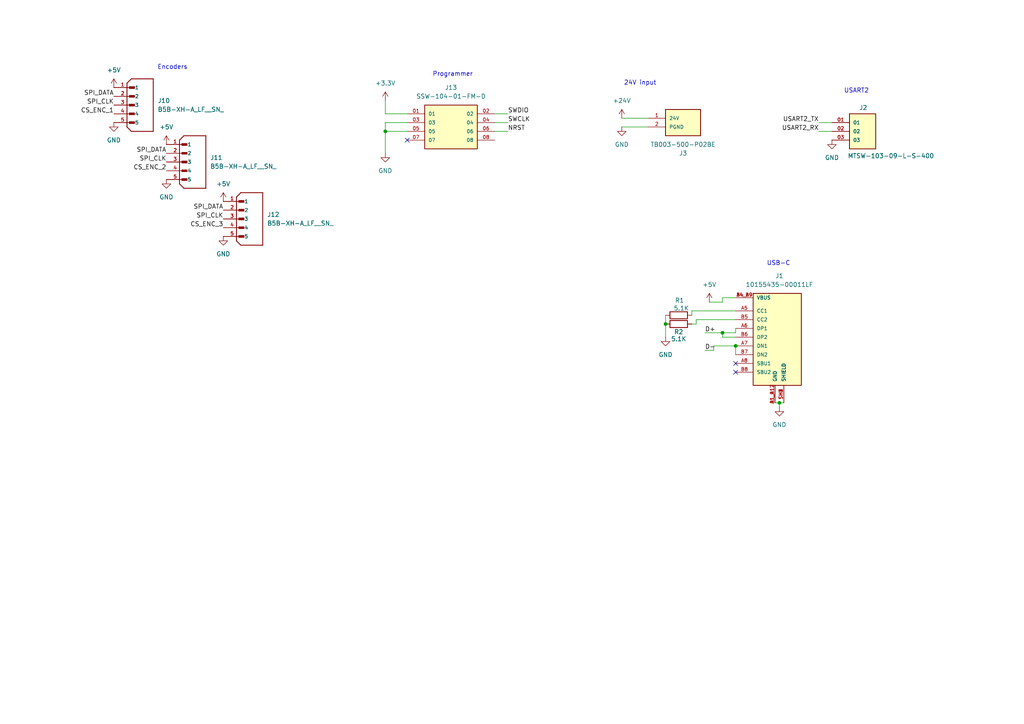
<source format=kicad_sch>
(kicad_sch (version 20250114) (generator "eeschema") (generator_version "9.0")
  (paper "A4")
  (lib_symbols
    (symbol "10155435-00011LF:10155435-00011LF" (pin_names (offset 1.016))
      (property "Reference" "J1" (at 0 17.78 0))
      (property "Value" "10155435-00011LF" (at 0 15.24 0))
      (symbol "10155435-00011LF_0_0"
        (rectangle (start -7.62 12.7) (end 6.35 -13.97) (stroke (width 0.254)) (fill (type background)))
        (pin power_in line (at -12.7 11.43 0) (length 5.08) (name "VBUS") (number "A4_B9"))
        (pin power_in line (at -12.7 11.43 0) (length 5.08) (name "VBUS") (number "B4_A9"))
        (pin bidirectional line (at -12.7 7.62 0) (length 5.08) (name "CC1") (number "A5"))
        (pin bidirectional line (at -12.7 5.08 0) (length 5.08) (name "CC2") (number "B5"))
        (pin bidirectional line (at -12.7 2.54 0) (length 5.08) (name "DP1") (number "A6"))
        (pin bidirectional line (at -12.7 0 0) (length 5.08) (name "DP2") (number "B6"))
        (pin bidirectional line (at -12.7 -2.54 0) (length 5.08) (name "DN1") (number "A7"))
        (pin bidirectional line (at -12.7 -5.08 0) (length 5.08) (name "DN2") (number "B7"))
        (pin bidirectional line (at -12.7 -7.62 0) (length 5.08) (name "SBU1") (number "A8"))
        (pin bidirectional line (at -12.7 -10.16 0) (length 5.08) (name "SBU2") (number "B8"))
        (pin power_in line (at -1.27 -19.05 90) (length 5.08) (name "GND") (number "A1_B12"))
        (pin power_in line (at -1.27 -19.05 90) (length 5.08) (name "GND") (number "B1_A12"))
        (pin passive line (at 1.27 -19.05 90) (length 5.08) (name "SHIELD") (number "SH1"))
        (pin passive line (at 1.27 -19.05 90) (length 5.08) (name "SHIELD") (number "SH2"))
        (pin passive line (at 1.27 -19.05 90) (length 5.08) (name "SHIELD") (number "SH3"))
        (pin passive line (at 1.27 -19.05 90) (length 5.08) (name "SHIELD") (number "SH4"))
      )
    )
    (symbol "B5B-XH-A_LF__SN_:B5B-XH-A_LF__SN_" (pin_names (offset 1.016))
      (property "Reference" "J" (at -2.54 8.89 0))
      (property "Value" "B5B-XH-A_LF__SN_" (at -2.54 -10.16 0))
      (symbol "B5B-XH-A_LF__SN__0_0"
        (polyline (pts (xy -3.81 6.35) (xy -3.81 -6.35)) (stroke (width 0.254)))
        (polyline (pts (xy -3.81 6.35) (xy -2.54 7.62)) (stroke (width 0.254)))
        (polyline (pts (xy -3.81 -6.35) (xy -2.54 -7.62)) (stroke (width 0.254)))
        (rectangle (start -3.175 4.7625) (end -1.5875 5.3975) (stroke (width 0.1)) (fill (type outline)))
        (rectangle (start -3.175 2.2225) (end -1.5875 2.8575) (stroke (width 0.1)) (fill (type outline)))
        (rectangle (start -3.175 -0.3175) (end -1.5875 0.3175) (stroke (width 0.1)) (fill (type outline)))
        (rectangle (start -3.175 -2.8575) (end -1.5875 -2.2225) (stroke (width 0.1)) (fill (type outline)))
        (rectangle (start -3.175 -5.3975) (end -1.5875 -4.7625) (stroke (width 0.1)) (fill (type outline)))
        (polyline (pts (xy -2.54 -7.62) (xy 3.81 -7.62)) (stroke (width 0.254)))
        (polyline (pts (xy 3.81 7.62) (xy -2.54 7.62)) (stroke (width 0.254)))
        (polyline (pts (xy 3.81 -7.62) (xy 3.81 7.62)) (stroke (width 0.254)))
        (pin passive line (at -7.62 5.08 0) (length 5.08) (name "1") (number "1"))
        (pin passive line (at -7.62 2.54 0) (length 5.08) (name "2") (number "2"))
        (pin passive line (at -7.62 0 0) (length 5.08) (name "3") (number "3"))
        (pin passive line (at -7.62 -2.54 0) (length 5.08) (name "4") (number "4"))
        (pin passive line (at -7.62 -5.08 0) (length 5.08) (name "5") (number "5"))
      )
    )
    (symbol "Device:R" (pin_numbers (hide yes)) (pin_names (offset 0))
      (property "Reference" "R" (at 2.032 0 90))
      (property "Value" "R" (at 0 0 90))
      (symbol "R_0_1"
        (rectangle (start -1.016 -2.54) (end 1.016 2.54) (stroke (width 0.254)))
      )
      (symbol "R_1_1"
        (pin passive line (at 0 3.81 270) (length 1.27) (name "~") (number "1"))
        (pin passive line (at 0 -3.81 90) (length 1.27) (name "~") (number "2"))
      )
    )
    (symbol "MTSW-103-09-L-S-400:MTSW-103-09-L-S-400" (pin_names (offset 1.016))
      (property "Reference" "J2" (at -1.016 6.858 0))
      (property "Value" "MTSW-103-09-L-S-400" (at -6.858 -7.874 0))
      (symbol "MTSW-103-09-L-S-400_0_0"
        (rectangle (start -3.81 5.08) (end 3.81 -5.08) (stroke (width 0.254)) (fill (type background)))
        (pin passive line (at -8.89 2.54 0) (length 5.08) (name "01") (number "01"))
        (pin passive line (at -8.89 0 0) (length 5.08) (name "02") (number "02"))
        (pin passive line (at -8.89 -2.54 0) (length 5.08) (name "03") (number "03"))
      )
    )
    (symbol "SSW-104-01-FM-D:SSW-104-01-FM-D" (pin_names (offset 1.016))
      (property "Reference" "J" (at -8.12 7.62 0))
      (property "Value" "SSW-104-01-FM-D" (at -7.62 -7.62 0))
      (symbol "SSW-104-01-FM-D_0_0"
        (rectangle (start -7.62 -5.08) (end 7.62 7.62) (stroke (width 0.254)) (fill (type background)))
        (pin passive line (at -12.7 5.08 0) (length 5.08) (name "01") (number "01"))
        (pin passive line (at -12.7 2.54 0) (length 5.08) (name "03") (number "03"))
        (pin passive line (at -12.7 0 0) (length 5.08) (name "05") (number "05"))
        (pin passive line (at -12.7 -2.54 0) (length 5.08) (name "07") (number "07"))
        (pin passive line (at 12.7 5.08 180) (length 5.08) (name "02") (number "02"))
        (pin passive line (at 12.7 2.54 180) (length 5.08) (name "04") (number "04"))
        (pin passive line (at 12.7 0 180) (length 5.08) (name "06") (number "06"))
        (pin passive line (at 12.7 -2.54 180) (length 5.08) (name "08") (number "08"))
      )
    )
    (symbol "TB003-500-P02BE:TB003-500-P02BE" (pin_names (offset 1.016))
      (property "Reference" "J3" (at 0 -7.62 0))
      (property "Value" "TB003-500-P02BE" (at 0 -5.08 0))
      (symbol "TB003-500-P02BE_0_0"
        (rectangle (start -5.08 -2.54) (end 5.08 5.08) (stroke (width 0.254)) (fill (type background)))
      )
      (symbol "TB003-500-P02BE_1_0"
        (pin passive line (at -10.16 2.54 0) (length 5.08) (name "24V") (number "1"))
        (pin passive line (at -10.16 0 0) (length 5.08) (name "PGND") (number "2"))
      )
    )
    (symbol "power:+3.3V" (power) (pin_numbers (hide yes)) (pin_names (offset 0) (hide yes))
      (property "Value" "+3.3V" (at 0 3.556 0))
      (symbol "+3.3V_0_1"
        (polyline (pts (xy -0.762 1.27) (xy 0 2.54)))
        (polyline (pts (xy 0 2.54) (xy 0.762 1.27)))
        (polyline (pts (xy 0 0) (xy 0 2.54)))
      )
      (symbol "+3.3V_1_1"
        (pin power_in line (at 0 0 90) (length 0) (name "~") (number "1"))
      )
    )
    (symbol "power:+5V" (power) (pin_numbers (hide yes)) (pin_names (offset 0) (hide yes))
      (property "Value" "+5V" (at 0 3.556 0))
      (symbol "+5V_0_1"
        (polyline (pts (xy -0.762 1.27) (xy 0 2.54)))
        (polyline (pts (xy 0 2.54) (xy 0.762 1.27)))
        (polyline (pts (xy 0 0) (xy 0 2.54)))
      )
      (symbol "+5V_1_1"
        (pin power_in line (at 0 0 90) (length 0) (name "~") (number "1"))
      )
    )
    (symbol "power:GND" (power) (pin_numbers (hide yes)) (pin_names (offset 0) (hide yes))
      (property "Value" "GND" (at 0 -3.81 0))
      (symbol "GND_0_1"
        (polyline (pts (xy 0 0) (xy 0 -1.27) (xy 1.27 -1.27) (xy 0 -2.54) (xy -1.27 -1.27) (xy 0 -1.27)))
      )
      (symbol "GND_1_1"
        (pin power_in line (at 0 0 270) (length 0) (name "~") (number "1"))
      )
    )
    (symbol "power:VDD" (power) (pin_numbers (hide yes)) (pin_names (offset 0) (hide yes))
      (property "Value" "VDD" (at 0 3.556 0))
      (symbol "VDD_0_1"
        (polyline (pts (xy -0.762 1.27) (xy 0 2.54)))
        (polyline (pts (xy 0 2.54) (xy 0.762 1.27)))
        (polyline (pts (xy 0 0) (xy 0 2.54)))
      )
      (symbol "VDD_1_1"
        (pin power_in line (at 0 0 90) (length 0) (name "~") (number "1"))
      )
    )
  )
  (text "USB-C\n" (at 225.806 76.454 0) (effects (font (size 1.27 1.27))))
  (text "Encoders\n" (at 50.038 19.558 0) (effects (font (size 1.27 1.27))))
  (text "USART2\n" (at 248.412 26.416 0) (effects (font (size 1.27 1.27))))
  (text "Programmer\n" (at 131.318 21.59 0) (effects (font (size 1.27 1.27))))
  (text "24V input\n" (at 185.674 24.13 0) (effects (font (size 1.27 1.27))))
  (junction (at 111.76 38.1))
  (junction (at 226.06 116.84))
  (junction (at 209.55 96.52))
  (junction (at 213.36 100.33))
  (junction (at 193.04 93.98))
  (no_connect (at 118.11 40.64))
  (no_connect (at 213.36 105.41))
  (no_connect (at 213.36 107.95))
  (wire (pts (xy 201.93 93.98) (xy 201.93 92.71)))
  (wire (pts (xy 180.34 36.83) (xy 187.96 36.83)))
  (wire (pts (xy 209.55 86.36) (xy 213.36 86.36)))
  (wire (pts (xy 200.66 91.44) (xy 200.66 90.17)))
  (wire (pts (xy 226.06 118.11) (xy 226.06 116.84)))
  (wire (pts (xy 213.36 100.33) (xy 213.36 102.87)))
  (wire (pts (xy 213.36 96.52) (xy 209.55 96.52)))
  (wire (pts (xy 205.74 87.63) (xy 209.55 87.63)))
  (wire (pts (xy 224.79 116.84) (xy 226.06 116.84)))
  (wire (pts (xy 213.36 97.79) (xy 209.55 97.79)))
  (wire (pts (xy 111.76 38.1) (xy 118.11 38.1)))
  (wire (pts (xy 118.11 35.56) (xy 111.76 35.56)))
  (wire (pts (xy 204.47 101.6) (xy 207.01 101.6)))
  (wire (pts (xy 209.55 87.63) (xy 209.55 86.36)))
  (wire (pts (xy 226.06 116.84) (xy 227.33 116.84)))
  (wire (pts (xy 111.76 38.1) (xy 111.76 44.45)))
  (wire (pts (xy 180.34 34.29) (xy 187.96 34.29)))
  (wire (pts (xy 213.36 96.52) (xy 213.36 95.25)))
  (wire (pts (xy 207.01 100.33) (xy 213.36 100.33)))
  (wire (pts (xy 237.49 38.1) (xy 241.3 38.1)))
  (wire (pts (xy 204.47 96.52) (xy 209.55 96.52)))
  (wire (pts (xy 193.04 93.98) (xy 193.04 97.79)))
  (wire (pts (xy 111.76 35.56) (xy 111.76 38.1)))
  (wire (pts (xy 143.51 38.1) (xy 147.32 38.1)))
  (wire (pts (xy 237.49 35.56) (xy 241.3 35.56)))
  (wire (pts (xy 209.55 97.79) (xy 209.55 96.52)))
  (wire (pts (xy 118.11 33.02) (xy 111.76 33.02)))
  (wire (pts (xy 193.04 91.44) (xy 193.04 93.98)))
  (wire (pts (xy 143.51 35.56) (xy 147.32 35.56)))
  (wire (pts (xy 201.93 92.71) (xy 213.36 92.71)))
  (wire (pts (xy 200.66 90.17) (xy 213.36 90.17)))
  (wire (pts (xy 207.01 101.6) (xy 207.01 100.33)))
  (wire (pts (xy 143.51 33.02) (xy 147.32 33.02)))
  (wire (pts (xy 200.66 93.98) (xy 201.93 93.98)))
  (wire (pts (xy 111.76 33.02) (xy 111.76 29.21)))
  (label "CS_ENC_3" (at 64.77 66.04 180))
  (label "SPI_CLK" (at 33.02 30.48 180))
  (label "SPI_CLK" (at 64.77 63.5 180))
  (label "D-" (at 204.47 101.6 0))
  (label "CS_ENC_1" (at 33.02 33.02 180))
  (label "NRST" (at 147.32 38.1 0))
  (label "USART2_TX" (at 237.49 35.56 180))
  (label "SPI_DATA" (at 33.02 27.94 180))
  (label "D+" (at 204.47 96.52 0))
  (label "SWCLK" (at 147.32 35.56 0))
  (label "CS_ENC_2" (at 48.26 49.53 180))
  (label "SPI_DATA" (at 64.77 60.96 180))
  (label "SPI_CLK" (at 48.26 46.99 180))
  (label "SPI_DATA" (at 48.26 44.45 180))
  (label "SWDIO" (at 147.32 33.02 0))
  (label "USART2_RX" (at 237.49 38.1 180))
  (symbol (lib_id "TB003-500-P02BE:TB003-500-P02BE") (at 198.12 36.83 0) (unit 1)
    (property "Reference" "J3" (at 198.12 44.45 0))
    (property "Value" "TB003-500-P02BE" (at 198.12 41.91 0))
    (property "Footprint" "TB003-500-P02BE:CUI_TB003-500-P02BE" (effects (hide yes)))
    (property "MF" "Same Sky" (effects (hide yes)))
    (property "Description_1" "\n                        \n                            2~24 Poles, Screw Type, Horizontal, 5.0 Pitch, 26~14 (AWG), Terminal Block Connector\n                        \n" (effects (hide yes)))
    (property "Package" "None" (effects (hide yes)))
    (property "Price" "None" (effects (hide yes)))
    (property "Check_prices" "https://www.snapeda.com/parts/TB003-500-P02BE/Same+Sky/view-part/?ref=eda" (effects (hide yes)))
    (property "STANDARD" "Manufacturer Recommendations" (effects (hide yes)))
    (property "SnapEDA_Link" "https://www.snapeda.com/parts/TB003-500-P02BE/Same+Sky/view-part/?ref=snap" (effects (hide yes)))
    (property "MP" "TB003-500-P02BE" (effects (hide yes)))
    (property "Availability" "In Stock" (effects (hide yes)))
    (property "MANUFACTURER" "CUI" (effects (hide yes)))
  )
  (symbol (lib_id "Device:R") (at 196.85 91.44 90) (unit 1)
    (property "Reference" "R1" (at 197.104 87.122 90))
    (property "Value" "5.1K" (at 197.612 89.408 90))
    (property "Footprint" "Resistor_SMD:R_0603_1608Metric_Pad0.98x0.95mm_HandSolder" (effects (hide yes)))
    (property "Description" "Resistor" (effects (hide yes)))
  )
  (symbol (lib_id "power:GND") (at 241.3 40.64 0) (unit 1)
    (property "Reference" "#PWR084" (effects (hide yes)))
    (property "Value" "GND" (at 241.3 45.72 0))
    (property "Description" "Power symbol creates a global label with name \"GND\" , ground" (effects (hide yes)))
  )
  (symbol (lib_id "power:GND") (at 48.26 52.07 0) (unit 1)
    (property "Reference" "#PWR076" (effects (hide yes)))
    (property "Value" "GND" (at 48.26 57.15 0))
    (property "Description" "Power symbol creates a global label with name \"GND\" , ground" (effects (hide yes)))
  )
  (symbol (lib_id "power:VDD") (at 180.34 34.29 0) (unit 1)
    (property "Reference" "#PWR030" (effects (hide yes)))
    (property "Value" "+24V" (at 180.34 29.21 0))
    (property "Description" "Power symbol creates a global label with name \"VDD\"" (effects (hide yes)))
  )
  (symbol (lib_id "power:+5V") (at 48.26 41.91 0) (unit 1)
    (property "Reference" "#PWR073" (effects (hide yes)))
    (property "Value" "+5V" (at 48.26 36.83 0))
    (property "Description" "Power symbol creates a global label with name \"+5V\"" (effects (hide yes)))
  )
  (symbol (lib_id "B5B-XH-A_LF__SN_:B5B-XH-A_LF__SN_") (at 40.64 30.48 0) (unit 1)
    (property "Reference" "J10" (at 45.72 29.2099 0) (effects (justify left)))
    (property "Value" "B5B-XH-A_LF__SN_" (at 45.72 31.7499 0) (effects (justify left)))
    (property "Footprint" "B5B-XH-A_LF__SN_:JST_B5B-XH-A_LF__SN_" (effects (hide yes)))
    (property "MF" "JST Sales" (effects (hide yes)))
    (property "MAXIMUM_PACKAGE_HEIGHT" "7.00 mm" (effects (hide yes)))
    (property "Package" "None" (effects (hide yes)))
    (property "Price" "None" (effects (hide yes)))
    (property "Check_prices" "https://www.snapeda.com/parts/B5B-XH-A(LF)(SN)/JST/view-part/?ref=eda" (effects (hide yes)))
    (property "STANDARD" "Manufacturer Recommendations" (effects (hide yes)))
    (property "PARTREV" "7/4/21" (effects (hide yes)))
    (property "SnapEDA_Link" "https://www.snapeda.com/parts/B5B-XH-A(LF)(SN)/JST/view-part/?ref=snap" (effects (hide yes)))
    (property "MP" "B5B-XH-A(LF)(SN)" (effects (hide yes)))
    (property "Description_1" "\n                        \n                            Connector Header Through Hole 5 position 0.098 (2.50mm)\n                        \n" (effects (hide yes)))
    (property "Availability" "In Stock" (effects (hide yes)))
    (property "MANUFACTURER" "JST" (effects (hide yes)))
  )
  (symbol (lib_id "power:GND") (at 226.06 118.11 0) (unit 1)
    (property "Reference" "#PWR01" (effects (hide yes)))
    (property "Value" "GND" (at 226.06 123.19 0))
    (property "Description" "Power symbol creates a global label with name \"GND\" , ground" (effects (hide yes)))
  )
  (symbol (lib_id "MTSW-103-09-L-S-400:MTSW-103-09-L-S-400") (at 250.19 38.1 0) (unit 1)
    (property "Reference" "J2" (at 249.174 31.242 0) (effects (justify left)))
    (property "Value" "MTSW-103-09-L-S-400" (at 245.872 45.212 0) (effects (justify left)))
    (property "Footprint" "MTSW-103-09-L-S-400:SAMTEC_MTSW-103-09-L-S-400" (effects (hide yes)))
    (property "MF" "Samtec" (effects (hide yes)))
    (property "Description_1" "CONN HEADER VERT 3POS 2.54MM" (effects (hide yes)))
    (property "Package" "None" (effects (hide yes)))
    (property "Price" "None" (effects (hide yes)))
    (property "Check_prices" "https://www.snapeda.com/parts/MTSW-103-09-L-S-400/Samtec/view-part/?ref=eda" (effects (hide yes)))
    (property "STANDARD" "Manufacturer Recommendations" (effects (hide yes)))
    (property "PARTREV" "R" (effects (hide yes)))
    (property "SnapEDA_Link" "https://www.snapeda.com/parts/MTSW-103-09-L-S-400/Samtec/view-part/?ref=snap" (effects (hide yes)))
    (property "MP" "MTSW-103-09-L-S-400" (effects (hide yes)))
    (property "Availability" "In Stock" (effects (hide yes)))
    (property "MANUFACTURER" "Samtec" (effects (hide yes)))
  )
  (symbol (lib_id "power:GND") (at 33.02 35.56 0) (unit 1)
    (property "Reference" "#PWR075" (effects (hide yes)))
    (property "Value" "GND" (at 33.02 40.64 0))
    (property "Description" "Power symbol creates a global label with name \"GND\" , ground" (effects (hide yes)))
  )
  (symbol (lib_id "power:+5V") (at 33.02 25.4 0) (unit 1)
    (property "Reference" "#PWR072" (effects (hide yes)))
    (property "Value" "+5V" (at 33.02 20.32 0))
    (property "Description" "Power symbol creates a global label with name \"+5V\"" (effects (hide yes)))
  )
  (symbol (lib_id "power:+3.3V") (at 111.76 29.21 0) (unit 1)
    (property "Reference" "#PWR05" (effects (hide yes)))
    (property "Value" "+3.3V" (at 111.76 24.13 0))
    (property "Description" "Power symbol creates a global label with name \"+3.3V\"" (effects (hide yes)))
  )
  (symbol (lib_id "B5B-XH-A_LF__SN_:B5B-XH-A_LF__SN_") (at 72.39 63.5 0) (unit 1)
    (property "Reference" "J12" (at 77.47 62.2299 0) (effects (justify left)))
    (property "Value" "B5B-XH-A_LF__SN_" (at 77.47 64.7699 0) (effects (justify left)))
    (property "Footprint" "B5B-XH-A_LF__SN_:JST_B5B-XH-A_LF__SN_" (effects (hide yes)))
    (property "MF" "JST Sales" (effects (hide yes)))
    (property "MAXIMUM_PACKAGE_HEIGHT" "7.00 mm" (effects (hide yes)))
    (property "Package" "None" (effects (hide yes)))
    (property "Price" "None" (effects (hide yes)))
    (property "Check_prices" "https://www.snapeda.com/parts/B5B-XH-A(LF)(SN)/JST/view-part/?ref=eda" (effects (hide yes)))
    (property "STANDARD" "Manufacturer Recommendations" (effects (hide yes)))
    (property "PARTREV" "7/4/21" (effects (hide yes)))
    (property "SnapEDA_Link" "https://www.snapeda.com/parts/B5B-XH-A(LF)(SN)/JST/view-part/?ref=snap" (effects (hide yes)))
    (property "MP" "B5B-XH-A(LF)(SN)" (effects (hide yes)))
    (property "Description_1" "\n                        \n                            Connector Header Through Hole 5 position 0.098 (2.50mm)\n                        \n" (effects (hide yes)))
    (property "Availability" "In Stock" (effects (hide yes)))
    (property "MANUFACTURER" "JST" (effects (hide yes)))
  )
  (symbol (lib_id "power:GND") (at 111.76 44.45 0) (unit 1)
    (property "Reference" "#PWR09" (effects (hide yes)))
    (property "Value" "GND" (at 111.76 49.53 0))
    (property "Description" "Power symbol creates a global label with name \"GND\" , ground" (effects (hide yes)))
  )
  (symbol (lib_id "power:GND") (at 64.77 68.58 0) (unit 1)
    (property "Reference" "#PWR077" (effects (hide yes)))
    (property "Value" "GND" (at 64.77 73.66 0))
    (property "Description" "Power symbol creates a global label with name \"GND\" , ground" (effects (hide yes)))
  )
  (symbol (lib_id "power:GND") (at 180.34 36.83 0) (unit 1)
    (property "Reference" "#PWR031" (effects (hide yes)))
    (property "Value" "GND" (at 180.34 41.91 0))
    (property "Description" "Power symbol creates a global label with name \"GND\" , ground" (effects (hide yes)))
  )
  (symbol (lib_id "SSW-104-01-FM-D:SSW-104-01-FM-D") (at 130.81 38.1 0) (unit 1)
    (property "Reference" "J13" (at 130.81 25.4 0))
    (property "Value" "SSW-104-01-FM-D" (at 130.81 27.94 0))
    (property "Footprint" "SSW-104-01-FM-D:SAMTEC_SSW-104-01-FM-D" (effects (hide yes)))
    (property "MF" "Samtec" (effects (hide yes)))
    (property "Description_1" "8 Position Receptacle Connector 0.100 (2.54mm) Through Hole Gold" (effects (hide yes)))
    (property "Package" "None" (effects (hide yes)))
    (property "Price" "None" (effects (hide yes)))
    (property "Check_prices" "https://www.snapeda.com/parts/SSW-104-01-FM-D/Samtec/view-part/?ref=eda" (effects (hide yes)))
    (property "STANDARD" "Manufacturer Recommendations" (effects (hide yes)))
    (property "PARTREV" "R" (effects (hide yes)))
    (property "SnapEDA_Link" "https://www.snapeda.com/parts/SSW-104-01-FM-D/Samtec/view-part/?ref=snap" (effects (hide yes)))
    (property "MP" "SSW-104-01-FM-D" (effects (hide yes)))
    (property "Availability" "In Stock" (effects (hide yes)))
    (property "MANUFACTURER" "Samtec" (effects (hide yes)))
  )
  (symbol (lib_id "10155435-00011LF:10155435-00011LF") (at 226.06 97.79 0) (unit 1)
    (property "Reference" "J1" (at 226.06 80.01 0))
    (property "Value" "10155435-00011LF" (at 226.06 82.55 0))
    (property "Footprint" "library:AMPHENOL_10155435-00011LF" (effects (hide yes)))
    (property "MF" "Amphenol ICC (FCI)" (effects (hide yes)))
    (property "MAXIMUM_PACKAGE_HEIGHT" "3.37 mm" (effects (hide yes)))
    (property "Package" "None" (effects (hide yes)))
    (property "Price" "None" (effects (hide yes)))
    (property "Check_prices" "https://www.snapeda.com/parts/10155435-00011LF/Amphenol+FCI/view-part/?ref=eda" (effects (hide yes)))
    (property "STANDARD" "Manufacturer Recommendations" (effects (hide yes)))
    (property "PARTREV" "C" (effects (hide yes)))
    (property "SnapEDA_Link" "https://www.snapeda.com/parts/10155435-00011LF/Amphenol+FCI/view-part/?ref=snap" (effects (hide yes)))
    (property "MP" "10155435-00011LF" (effects (hide yes)))
    (property "Description_1" "\n                        \n                            USB Type C Receptacle SMT Single Row 16Pin\n                        \n" (effects (hide yes)))
    (property "Availability" "In Stock" (effects (hide yes)))
    (property "MANUFACTURER" "Amphenol" (effects (hide yes)))
  )
  (symbol (lib_id "power:GND") (at 193.04 97.79 0) (unit 1)
    (property "Reference" "#PWR02" (effects (hide yes)))
    (property "Value" "GND" (at 193.04 102.87 0))
    (property "Description" "Power symbol creates a global label with name \"GND\" , ground" (effects (hide yes)))
  )
  (symbol (lib_id "B5B-XH-A_LF__SN_:B5B-XH-A_LF__SN_") (at 55.88 46.99 0) (unit 1)
    (property "Reference" "J11" (at 60.96 45.7199 0) (effects (justify left)))
    (property "Value" "B5B-XH-A_LF__SN_" (at 60.96 48.2599 0) (effects (justify left)))
    (property "Footprint" "B5B-XH-A_LF__SN_:JST_B5B-XH-A_LF__SN_" (effects (hide yes)))
    (property "MF" "JST Sales" (effects (hide yes)))
    (property "MAXIMUM_PACKAGE_HEIGHT" "7.00 mm" (effects (hide yes)))
    (property "Package" "None" (effects (hide yes)))
    (property "Price" "None" (effects (hide yes)))
    (property "Check_prices" "https://www.snapeda.com/parts/B5B-XH-A(LF)(SN)/JST/view-part/?ref=eda" (effects (hide yes)))
    (property "STANDARD" "Manufacturer Recommendations" (effects (hide yes)))
    (property "PARTREV" "7/4/21" (effects (hide yes)))
    (property "SnapEDA_Link" "https://www.snapeda.com/parts/B5B-XH-A(LF)(SN)/JST/view-part/?ref=snap" (effects (hide yes)))
    (property "MP" "B5B-XH-A(LF)(SN)" (effects (hide yes)))
    (property "Description_1" "\n                        \n                            Connector Header Through Hole 5 position 0.098 (2.50mm)\n                        \n" (effects (hide yes)))
    (property "Availability" "In Stock" (effects (hide yes)))
    (property "MANUFACTURER" "JST" (effects (hide yes)))
  )
  (symbol (lib_id "Device:R") (at 196.85 93.98 90) (unit 1)
    (property "Reference" "R2" (at 196.85 96.266 90))
    (property "Value" "5.1K" (at 196.85 98.298 90))
    (property "Footprint" "Resistor_SMD:R_0603_1608Metric_Pad0.98x0.95mm_HandSolder" (effects (hide yes)))
    (property "Description" "Resistor" (effects (hide yes)))
  )
  (symbol (lib_id "power:+5V") (at 64.77 58.42 0) (unit 1)
    (property "Reference" "#PWR074" (effects (hide yes)))
    (property "Value" "+5V" (at 64.77 53.34 0))
    (property "Description" "Power symbol creates a global label with name \"+5V\"" (effects (hide yes)))
  )
  (symbol (lib_id "power:+5V") (at 205.74 87.63 0) (unit 1)
    (property "Reference" "#PWR03" (effects (hide yes)))
    (property "Value" "+5V" (at 205.74 82.55 0))
    (property "Description" "Power symbol creates a global label with name \"+5V\"" (effects (hide yes)))
  )
)
</source>
